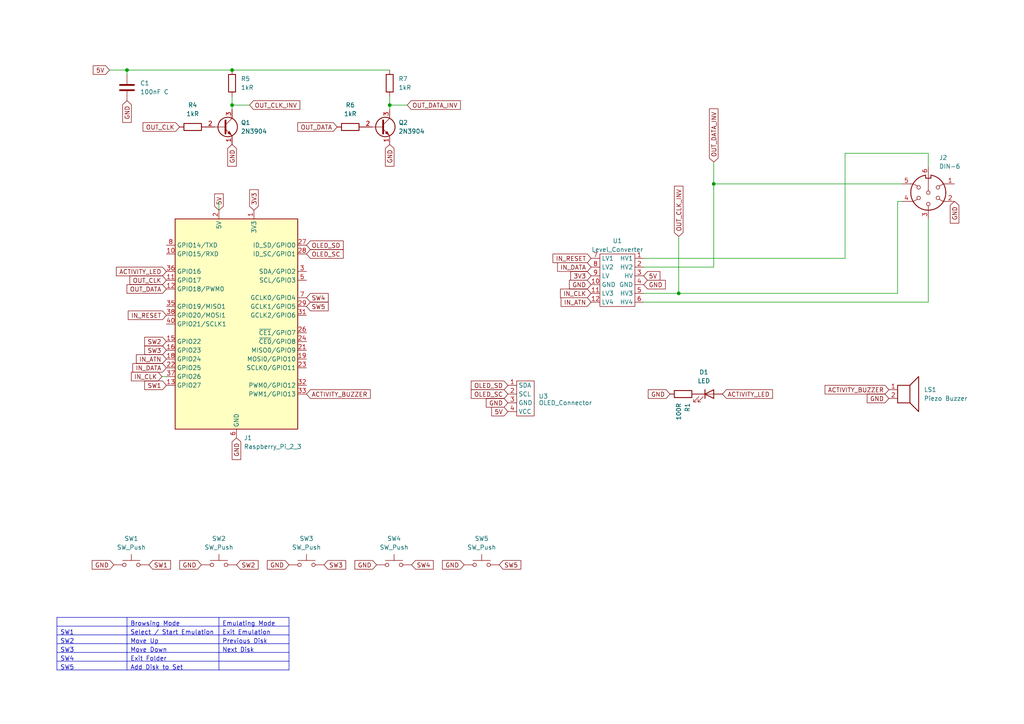
<source format=kicad_sch>
(kicad_sch (version 20250114) (generator "eeschema") (generator_version "9.0")
  (paper "A4")
  (lib_symbols
    (symbol "Connector:DIN-6" (pin_names (offset 1.016))
      (property "Reference" "J" (at 3.175 5.715 0))
      (property "Value" "DIN-6" (at 4.445 -4.445 0))
      (symbol "DIN-6_0_1"
        (polyline (pts (xy -5.08 2.54) (xy -4.318 2.54) (xy -3.175 1.905)))
        (polyline (pts (xy -5.08 -2.54) (xy -4.318 -2.54) (xy -3.175 -1.905)))
        (circle (center -2.794 1.524) (radius 0.508))
        (circle (center -2.794 -1.524) (radius 0.508))
        (polyline (pts (xy -0.762 -4.953) (xy -0.762 -4.191) (xy 0.762 -4.191) (xy 0.762 -4.953)) (stroke (width 0.254)))
        (arc (start 5.08 0) (mid 3.8673 -3.3444) (end 0.762 -5.08) (stroke (width 0.254)))
        (polyline (pts (xy 0 5.08) (xy 0 3.81)))
        (circle (center 0 3.302) (radius 0.508))
        (circle (center 0 0) (radius 0.508))
        (arc (start -5.08 0) (mid 0 5.0579) (end 5.08 0) (stroke (width 0.254)))
        (polyline (pts (xy 0 -5.08) (xy 0 -0.508)))
        (arc (start -0.762 -5.08) (mid -3.8597 -3.3379) (end -5.08 0) (stroke (width 0.254)))
        (circle (center 2.794 1.524) (radius 0.508))
        (circle (center 2.794 -1.524) (radius 0.508))
        (polyline (pts (xy 5.08 2.54) (xy 4.318 2.54) (xy 3.175 1.905)))
        (polyline (pts (xy 5.08 -2.54) (xy 4.318 -2.54) (xy 3.175 -1.905)))
      )
      (symbol "DIN-6_1_1"
        (pin passive line (at -7.62 2.54 0) (length 2.54) (name "~") (number "2"))
        (pin passive line (at -7.62 -2.54 0) (length 2.54) (name "~") (number "1"))
        (pin passive line (at 0 7.62 270) (length 2.54) (name "~") (number "3"))
        (pin passive line (at 0 -7.62 90) (length 2.54) (name "~") (number "6"))
        (pin passive line (at 7.62 2.54 180) (length 2.54) (name "~") (number "4"))
        (pin passive line (at 7.62 -2.54 180) (length 2.54) (name "~") (number "5"))
      )
    )
    (symbol "Connector:Raspberry_Pi_2_3"
      (property "Reference" "J" (at -17.78 31.75 0))
      (property "Value" "Raspberry_Pi_2_3" (at 10.16 -31.75 0))
      (symbol "Raspberry_Pi_2_3_0_1"
        (rectangle (start -17.78 30.48) (end 17.78 -30.48) (stroke (width 0.254)) (fill (type background)))
      )
      (symbol "Raspberry_Pi_2_3_1_1"
        (pin bidirectional line (at -20.32 22.86 0) (length 2.54) (name "GPIO14/TXD") (number "8"))
        (pin bidirectional line (at -20.32 20.32 0) (length 2.54) (name "GPIO15/RXD") (number "10"))
        (pin bidirectional line (at -20.32 15.24 0) (length 2.54) (name "GPIO16") (number "36"))
        (pin bidirectional line (at -20.32 12.7 0) (length 2.54) (name "GPIO17") (number "11"))
        (pin bidirectional line (at -20.32 10.16 0) (length 2.54) (name "GPIO18/PWM0") (number "12"))
        (pin bidirectional line (at -20.32 5.08 0) (length 2.54) (name "GPIO19/MISO1") (number "35"))
        (pin bidirectional line (at -20.32 2.54 0) (length 2.54) (name "GPIO20/MOSI1") (number "38"))
        (pin bidirectional line (at -20.32 0 0) (length 2.54) (name "GPIO21/SCLK1") (number "40"))
        (pin bidirectional line (at -20.32 -5.08 0) (length 2.54) (name "GPIO22") (number "15"))
        (pin bidirectional line (at -20.32 -7.62 0) (length 2.54) (name "GPIO23") (number "16"))
        (pin bidirectional line (at -20.32 -10.16 0) (length 2.54) (name "GPIO24") (number "18"))
        (pin bidirectional line (at -20.32 -12.7 0) (length 2.54) (name "GPIO25") (number "22"))
        (pin bidirectional line (at -20.32 -15.24 0) (length 2.54) (name "GPIO26") (number "37"))
        (pin bidirectional line (at -20.32 -17.78 0) (length 2.54) (name "GPIO27") (number "13"))
        (pin power_in line (at -5.08 33.02 270) (length 2.54) (name "5V") (number "2"))
        (pin passive line (at -5.08 33.02 270) (length 2.54) (hide yes) (name "5V") (number "4"))
        (pin passive line (at 0 -33.02 90) (length 2.54) (hide yes) (name "GND") (number "14"))
        (pin passive line (at 0 -33.02 90) (length 2.54) (hide yes) (name "GND") (number "20"))
        (pin passive line (at 0 -33.02 90) (length 2.54) (hide yes) (name "GND") (number "25"))
        (pin passive line (at 0 -33.02 90) (length 2.54) (hide yes) (name "GND") (number "30"))
        (pin passive line (at 0 -33.02 90) (length 2.54) (hide yes) (name "GND") (number "34"))
        (pin passive line (at 0 -33.02 90) (length 2.54) (hide yes) (name "GND") (number "39"))
        (pin power_in line (at 0 -33.02 90) (length 2.54) (name "GND") (number "6"))
        (pin passive line (at 0 -33.02 90) (length 2.54) (hide yes) (name "GND") (number "9"))
        (pin power_in line (at 5.08 33.02 270) (length 2.54) (name "3V3") (number "1"))
        (pin passive line (at 5.08 33.02 270) (length 2.54) (hide yes) (name "3V3") (number "17"))
        (pin bidirectional line (at 20.32 22.86 180) (length 2.54) (name "ID_SD/GPIO0") (number "27"))
        (pin bidirectional line (at 20.32 20.32 180) (length 2.54) (name "ID_SC/GPIO1") (number "28"))
        (pin bidirectional line (at 20.32 15.24 180) (length 2.54) (name "SDA/GPIO2") (number "3"))
        (pin bidirectional line (at 20.32 12.7 180) (length 2.54) (name "SCL/GPIO3") (number "5"))
        (pin bidirectional line (at 20.32 7.62 180) (length 2.54) (name "GCLK0/GPIO4") (number "7"))
        (pin bidirectional line (at 20.32 5.08 180) (length 2.54) (name "GCLK1/GPIO5") (number "29"))
        (pin bidirectional line (at 20.32 2.54 180) (length 2.54) (name "GCLK2/GPIO6") (number "31"))
        (pin bidirectional line (at 20.32 -2.54 180) (length 2.54) (name "~{CE1}/GPIO7") (number "26"))
        (pin bidirectional line (at 20.32 -5.08 180) (length 2.54) (name "~{CE0}/GPIO8") (number "24"))
        (pin bidirectional line (at 20.32 -7.62 180) (length 2.54) (name "MISO0/GPIO9") (number "21"))
        (pin bidirectional line (at 20.32 -10.16 180) (length 2.54) (name "MOSI0/GPIO10") (number "19"))
        (pin bidirectional line (at 20.32 -12.7 180) (length 2.54) (name "SCLK0/GPIO11") (number "23"))
        (pin bidirectional line (at 20.32 -17.78 180) (length 2.54) (name "PWM0/GPIO12") (number "32"))
        (pin bidirectional line (at 20.32 -20.32 180) (length 2.54) (name "PWM1/GPIO13") (number "33"))
      )
    )
    (symbol "Device:C" (pin_numbers (hide yes)) (pin_names (offset 0.254))
      (property "Reference" "C" (at 0.635 2.54 0))
      (property "Value" "C" (at 0.635 -2.54 0))
      (symbol "C_0_1"
        (polyline (pts (xy -2.032 0.762) (xy 2.032 0.762)) (stroke (width 0.508)))
        (polyline (pts (xy -2.032 -0.762) (xy 2.032 -0.762)) (stroke (width 0.508)))
      )
      (symbol "C_1_1"
        (pin passive line (at 0 3.81 270) (length 2.794) (name "~") (number "1"))
        (pin passive line (at 0 -3.81 90) (length 2.794) (name "~") (number "2"))
      )
    )
    (symbol "Device:LED" (pin_numbers (hide yes)) (pin_names (offset 1.016) (hide yes))
      (property "Reference" "D" (at 0 2.54 0))
      (property "Value" "LED" (at 0 -2.54 0))
      (symbol "LED_0_1"
        (polyline (pts (xy -3.048 -0.762) (xy -4.572 -2.286) (xy -3.81 -2.286) (xy -4.572 -2.286) (xy -4.572 -1.524)))
        (polyline (pts (xy -1.778 -0.762) (xy -3.302 -2.286) (xy -2.54 -2.286) (xy -3.302 -2.286) (xy -3.302 -1.524)))
        (polyline (pts (xy -1.27 0) (xy 1.27 0)))
        (polyline (pts (xy -1.27 -1.27) (xy -1.27 1.27)) (stroke (width 0.254)))
        (polyline (pts (xy 1.27 -1.27) (xy 1.27 1.27) (xy -1.27 0) (xy 1.27 -1.27)) (stroke (width 0.254)))
      )
      (symbol "LED_1_1"
        (pin passive line (at -3.81 0 0) (length 2.54) (name "K") (number "1"))
        (pin passive line (at 3.81 0 180) (length 2.54) (name "A") (number "2"))
      )
    )
    (symbol "Device:R" (pin_numbers (hide yes)) (pin_names (offset 0))
      (property "Reference" "R" (at 2.032 0 90))
      (property "Value" "R" (at 0 0 90))
      (symbol "R_0_1"
        (rectangle (start -1.016 -2.54) (end 1.016 2.54) (stroke (width 0.254)))
      )
      (symbol "R_1_1"
        (pin passive line (at 0 3.81 270) (length 1.27) (name "~") (number "1"))
        (pin passive line (at 0 -3.81 90) (length 1.27) (name "~") (number "2"))
      )
    )
    (symbol "Device:Speaker" (pin_names (offset 0) (hide yes))
      (property "Reference" "LS" (at 1.27 5.715 0))
      (property "Value" "Speaker" (at 1.27 3.81 0))
      (symbol "Speaker_0_0"
        (rectangle (start -2.54 1.27) (end 1.016 -3.81) (stroke (width 0.254)))
        (polyline (pts (xy 1.016 1.27) (xy 3.556 3.81) (xy 3.556 -6.35) (xy 1.016 -3.81)) (stroke (width 0.254)))
      )
      (symbol "Speaker_1_1"
        (pin input line (at -5.08 0 0) (length 2.54) (name "1") (number "1"))
        (pin input line (at -5.08 -2.54 0) (length 2.54) (name "2") (number "2"))
      )
    )
    (symbol "MySymbols:OLED_Display"
      (property "Reference" "U" (at 0 0 0))
      (symbol "OLED_Display_0_1"
        (rectangle (start 0 -1.27) (end 5.08 -11.43))
      )
      (symbol "OLED_Display_1_1"
        (pin input line (at -2.54 -2.54 0) (length 2.54) (name "SDA") (number "1"))
        (pin input line (at -2.54 -5.08 0) (length 2.54) (name "SCL") (number "2"))
        (pin input line (at -2.54 -7.62 0) (length 2.54) (name "GND") (number "3"))
        (pin input line (at -2.54 -10.16 0) (length 2.54) (name "VCC") (number "4"))
      )
    )
    (symbol "Sparkfun:BOB-12009"
      (property "Reference" "U" (at 0 0 0))
      (symbol "BOB-12009_0_1"
        (rectangle (start -5.08 -1.27) (end 5.08 -16.51))
      )
      (symbol "BOB-12009_1_1"
        (pin bidirectional line (at -7.62 -2.54 0) (length 2.54) (name "HV1") (number "1"))
        (pin bidirectional line (at -7.62 -5.08 0) (length 2.54) (name "HV2") (number "2"))
        (pin bidirectional line (at -7.62 -7.62 0) (length 2.54) (name "HV") (number "3"))
        (pin bidirectional line (at -7.62 -10.16 0) (length 2.54) (name "GND") (number "4"))
        (pin bidirectional line (at -7.62 -12.7 0) (length 2.54) (name "HV3") (number "5"))
        (pin bidirectional line (at -7.62 -15.24 0) (length 2.54) (name "HV4") (number "6"))
        (pin bidirectional line (at 7.62 -2.54 180) (length 2.54) (name "LV1") (number "7"))
        (pin bidirectional line (at 7.62 -5.08 180) (length 2.54) (name "LV2") (number "8"))
        (pin bidirectional line (at 7.62 -7.62 180) (length 2.54) (name "LV") (number "9"))
        (pin bidirectional line (at 7.62 -10.16 180) (length 2.54) (name "GND") (number "10"))
        (pin bidirectional line (at 7.62 -12.7 180) (length 2.54) (name "LV3") (number "11"))
        (pin bidirectional line (at 7.62 -15.24 180) (length 2.54) (name "LV4") (number "12"))
      )
    )
    (symbol "Switch:SW_Push" (pin_numbers (hide yes)) (pin_names (offset 1.016) (hide yes))
      (property "Reference" "SW" (at 1.27 2.54 0))
      (property "Value" "SW_Push" (at 0 -1.524 0))
      (symbol "SW_Push_0_1"
        (circle (center -2.032 0) (radius 0.508))
        (polyline (pts (xy 0 1.27) (xy 0 3.048)))
        (circle (center 2.032 0) (radius 0.508))
        (polyline (pts (xy 2.54 1.27) (xy -2.54 1.27)))
        (pin passive line (at -5.08 0 0) (length 2.54) (name "1") (number "1"))
        (pin passive line (at 5.08 0 180) (length 2.54) (name "2") (number "2"))
      )
    )
    (symbol "Transistor_BJT:2N3904" (pin_names (offset 0) (hide yes))
      (property "Reference" "Q" (at 5.08 1.905 0))
      (property "Value" "2N3904" (at 5.08 0 0))
      (symbol "2N3904_0_1"
        (polyline (pts (xy -2.54 0) (xy 0.635 0)))
        (polyline (pts (xy 0.635 1.905) (xy 0.635 -1.905)) (stroke (width 0.508)))
        (circle (center 1.27 0) (radius 2.8194) (stroke (width 0.254)))
      )
      (symbol "2N3904_1_1"
        (polyline (pts (xy 0.635 0.635) (xy 2.54 2.54)))
        (polyline (pts (xy 0.635 -0.635) (xy 2.54 -2.54)))
        (polyline (pts (xy 1.27 -1.778) (xy 1.778 -1.27) (xy 2.286 -2.286) (xy 1.27 -1.778)) (fill (type outline)))
        (pin input line (at -5.08 0 0) (length 2.54) (name "B") (number "2"))
        (pin passive line (at 2.54 5.08 270) (length 2.54) (name "C") (number "3"))
        (pin passive line (at 2.54 -5.08 90) (length 2.54) (name "E") (number "1"))
      )
    )
  )
  (junction (at 207.01 53.34))
  (junction (at 36.83 20.32))
  (junction (at 113.03 30.48))
  (junction (at 67.31 20.32))
  (junction (at 67.31 30.48))
  (junction (at 196.85 85.09))
  (wire (pts (xy 196.85 68.58) (xy 196.85 85.09)))
  (wire (pts (xy 67.31 30.48) (xy 67.31 31.75)))
  (wire (pts (xy 186.69 87.63) (xy 269.24 87.63)))
  (wire (pts (xy 186.69 85.09) (xy 196.85 85.09)))
  (wire (pts (xy 245.11 44.45) (xy 269.24 44.45)))
  (wire (pts (xy 36.83 20.32) (xy 36.83 21.59)))
  (wire (pts (xy 186.69 77.47) (xy 207.01 77.47)))
  (wire (pts (xy 113.03 27.94) (xy 113.03 30.48)))
  (wire (pts (xy 113.03 30.48) (xy 113.03 31.75)))
  (wire (pts (xy 207.01 77.47) (xy 207.01 53.34)))
  (wire (pts (xy 207.01 46.99) (xy 207.01 53.34)))
  (wire (pts (xy 207.01 53.34) (xy 261.62 53.34)))
  (wire (pts (xy 260.35 58.42) (xy 260.35 85.09)))
  (wire (pts (xy 72.39 30.48) (xy 67.31 30.48)))
  (wire (pts (xy 67.31 20.32) (xy 113.03 20.32)))
  (wire (pts (xy 196.85 85.09) (xy 260.35 85.09)))
  (wire (pts (xy 269.24 44.45) (xy 269.24 48.26)))
  (wire (pts (xy 46.99 109.22) (xy 48.26 109.22)))
  (wire (pts (xy 186.69 74.93) (xy 245.11 74.93)))
  (wire (pts (xy 245.11 74.93) (xy 245.11 44.45)))
  (wire (pts (xy 36.83 20.32) (xy 67.31 20.32)))
  (wire (pts (xy 269.24 87.63) (xy 269.24 63.5)))
  (wire (pts (xy 67.31 27.94) (xy 67.31 30.48)))
  (wire (pts (xy 31.75 20.32) (xy 36.83 20.32)))
  (wire (pts (xy 63.5 58.42) (xy 63.5 60.96)))
  (wire (pts (xy 118.11 30.48) (xy 113.03 30.48)))
  (wire (pts (xy 261.62 58.42) (xy 260.35 58.42)))
  (table (column_count 3) (border (external yes) (header yes)) (separators (rows yes) (cols yes)) (column_widths 20.32 26.67 20.32) (row_heights 2.54 2.54 2.54 2.54 2.54 2.54) (cells (table_cell "" (at 16.51 179.07 0) (size 20.32 2.54) (margins 0.9525 0.9525 0.9525 0.9525) (span 1 1)) (table_cell "Browsing Mode" (at 36.83 179.07 0) (size 26.67 2.54) (margins 0.9525 0.9525 0.9525 0.9525) (span 1 1)) (table_cell "Emulating Mode" (at 63.5 179.07 0) (size 20.32 2.54) (margins 0.9525 0.9525 0.9525 0.9525) (span 1 1)) (table_cell "SW1" (at 16.51 181.61 0) (size 20.32 2.54) (margins 0.9525 0.9525 0.9525 0.9525) (span 1 1)) (table_cell "Select / Start Emulation" (at 36.83 181.61 0) (size 26.67 2.54) (margins 0.9525 0.9525 0.9525 0.9525) (span 1 1)) (table_cell "Exit Emulation" (at 63.5 181.61 0) (size 20.32 2.54) (margins 0.9525 0.9525 0.9525 0.9525) (span 1 1)) (table_cell "SW2" (at 16.51 184.15 0) (size 20.32 2.54) (margins 0.9525 0.9525 0.9525 0.9525) (span 1 1)) (table_cell "Move Up" (at 36.83 184.15 0) (size 26.67 2.54) (margins 0.9525 0.9525 0.9525 0.9525) (span 1 1)) (table_cell "Previous Disk" (at 63.5 184.15 0) (size 20.32 2.54) (margins 0.9525 0.9525 0.9525 0.9525) (span 1 1)) (table_cell "SW3" (at 16.51 186.69 0) (size 20.32 2.54) (margins 0.9525 0.9525 0.9525 0.9525) (span 1 1)) (table_cell "Move Down" (at 36.83 186.69 0) (size 26.67 2.54) (margins 0.9525 0.9525 0.9525 0.9525) (span 1 1)) (table_cell "Next Disk" (at 63.5 186.69 0) (size 20.32 2.54) (margins 0.9525 0.9525 0.9525 0.9525) (span 1 1)) (table_cell "SW4" (at 16.51 189.23 0) (size 20.32 2.54) (margins 0.9525 0.9525 0.9525 0.9525) (span 1 1)) (table_cell "Exit Folder" (at 36.83 189.23 0) (size 26.67 2.54) (margins 0.9525 0.9525 0.9525 0.9525) (span 1 1)) (table_cell "" (at 63.5 189.23 0) (size 20.32 2.54) (margins 0.9525 0.9525 0.9525 0.9525) (span 1 1)) (table_cell "SW5" (at 16.51 191.77 0) (size 20.32 2.54) (margins 0.9525 0.9525 0.9525 0.9525) (span 1 1)) (table_cell "Add Disk to Set" (at 36.83 191.77 0) (size 26.67 2.54) (margins 0.9525 0.9525 0.9525 0.9525) (span 1 1)) (table_cell "" (at 63.5 191.77 0) (size 20.32 2.54) (margins 0.9525 0.9525 0.9525 0.9525) (span 1 1))))
  (global_label "SW4" (shape input) (at 119.38 163.83 0) (property "Intersheetrefs" "${INTERSHEET_REFS}" (effects (hide yes))))
  (global_label "OLED_SD" (shape input) (at 147.32 111.76 180) (property "Intersheetrefs" "${INTERSHEET_REFS}" (effects (hide yes))))
  (global_label "GND" (shape input) (at 33.02 163.83 180) (property "Intersheetrefs" "${INTERSHEET_REFS}" (effects (hide yes))))
  (global_label "SW1" (shape input) (at 43.18 163.83 0) (property "Intersheetrefs" "${INTERSHEET_REFS}" (effects (hide yes))))
  (global_label "OLED_SD" (shape input) (at 88.9 71.12 0) (property "Intersheetrefs" "${INTERSHEET_REFS}" (effects (hide yes))))
  (global_label "SW5" (shape input) (at 144.78 163.83 0) (property "Intersheetrefs" "${INTERSHEET_REFS}" (effects (hide yes))))
  (global_label "3V3" (shape input) (at 73.66 60.96 90) (property "Intersheetrefs" "${INTERSHEET_REFS}" (effects (hide yes))))
  (global_label "SW4" (shape input) (at 88.9 86.36 0) (property "Intersheetrefs" "${INTERSHEET_REFS}" (effects (hide yes))))
  (global_label "GND" (shape input) (at 171.45 82.55 180) (property "Intersheetrefs" "${INTERSHEET_REFS}" (effects (hide yes))))
  (global_label "ACTIVITY_BUZZER" (shape input) (at 88.9 114.3 0) (property "Intersheetrefs" "${INTERSHEET_REFS}" (effects (hide yes))))
  (global_label "GND" (shape input) (at 186.69 82.55 0) (property "Intersheetrefs" "${INTERSHEET_REFS}" (effects (hide yes))))
  (global_label "OUT_DATA_INV" (shape input) (at 118.11 30.48 0) (property "Intersheetrefs" "${INTERSHEET_REFS}" (effects (hide yes))))
  (global_label "OUT_DATA" (shape input) (at 48.26 83.82 180) (property "Intersheetrefs" "${INTERSHEET_REFS}" (effects (hide yes))))
  (global_label "GND" (shape input) (at 134.62 163.83 180) (property "Intersheetrefs" "${INTERSHEET_REFS}" (effects (hide yes))))
  (global_label "OUT_DATA_INV" (shape input) (at 207.01 46.99 90) (property "Intersheetrefs" "${INTERSHEET_REFS}" (effects (hide yes))))
  (global_label "5V" (shape input) (at 186.69 80.01 0) (property "Intersheetrefs" "${INTERSHEET_REFS}" (effects (hide yes))))
  (global_label "OLED_SC" (shape input) (at 88.9 73.66 0) (property "Intersheetrefs" "${INTERSHEET_REFS}" (effects (hide yes))))
  (global_label "SW3" (shape input) (at 93.98 163.83 0) (property "Intersheetrefs" "${INTERSHEET_REFS}" (effects (hide yes))))
  (global_label "SW3" (shape input) (at 48.26 101.6 180) (property "Intersheetrefs" "${INTERSHEET_REFS}" (effects (hide yes))))
  (global_label "OUT_CLK" (shape input) (at 52.07 36.83 180) (property "Intersheetrefs" "${INTERSHEET_REFS}" (effects (hide yes))))
  (global_label "SW2" (shape input) (at 48.26 99.06 180) (property "Intersheetrefs" "${INTERSHEET_REFS}" (effects (hide yes))))
  (global_label "OUT_CLK" (shape input) (at 48.26 81.28 180) (property "Intersheetrefs" "${INTERSHEET_REFS}" (effects (hide yes))))
  (global_label "IN_ATN" (shape input) (at 171.45 87.63 180) (property "Intersheetrefs" "${INTERSHEET_REFS}" (effects (hide yes))))
  (global_label "IN_CLK" (shape input) (at 46.99 109.22 180) (property "Intersheetrefs" "${INTERSHEET_REFS}" (effects (hide yes))))
  (global_label "IN_DATA" (shape input) (at 48.26 106.68 180) (property "Intersheetrefs" "${INTERSHEET_REFS}" (effects (hide yes))))
  (global_label "IN_RESET" (shape input) (at 48.26 91.44 180) (property "Intersheetrefs" "${INTERSHEET_REFS}" (effects (hide yes))))
  (global_label "GND" (shape input) (at 113.03 41.91 270) (property "Intersheetrefs" "${INTERSHEET_REFS}" (effects (hide yes))))
  (global_label "IN_ATN" (shape input) (at 48.26 104.14 180) (property "Intersheetrefs" "${INTERSHEET_REFS}" (effects (hide yes))))
  (global_label "GND" (shape input) (at 257.81 115.57 180) (property "Intersheetrefs" "${INTERSHEET_REFS}" (effects (hide yes))))
  (global_label "GND" (shape input) (at 83.82 163.83 180) (property "Intersheetrefs" "${INTERSHEET_REFS}" (effects (hide yes))))
  (global_label "OLED_SC" (shape input) (at 147.32 114.3 180) (property "Intersheetrefs" "${INTERSHEET_REFS}" (effects (hide yes))))
  (global_label "5V" (shape input) (at 147.32 119.38 180) (property "Intersheetrefs" "${INTERSHEET_REFS}" (effects (hide yes))))
  (global_label "ACTIVITY_LED" (shape input) (at 209.55 114.3 0) (property "Intersheetrefs" "${INTERSHEET_REFS}" (effects (hide yes))))
  (global_label "IN_DATA" (shape input) (at 171.45 77.47 180) (property "Intersheetrefs" "${INTERSHEET_REFS}" (effects (hide yes))))
  (global_label "SW1" (shape input) (at 48.26 111.76 180) (property "Intersheetrefs" "${INTERSHEET_REFS}" (effects (hide yes))))
  (global_label "IN_RESET" (shape input) (at 171.45 74.93 180) (property "Intersheetrefs" "${INTERSHEET_REFS}" (effects (hide yes))))
  (global_label "3V3" (shape input) (at 171.45 80.01 180) (property "Intersheetrefs" "${INTERSHEET_REFS}" (effects (hide yes))))
  (global_label "GND" (shape input) (at 109.22 163.83 180) (property "Intersheetrefs" "${INTERSHEET_REFS}" (effects (hide yes))))
  (global_label "IN_CLK" (shape input) (at 171.45 85.09 180) (property "Intersheetrefs" "${INTERSHEET_REFS}" (effects (hide yes))))
  (global_label "GND" (shape input) (at 276.86 58.42 270) (property "Intersheetrefs" "${INTERSHEET_REFS}" (effects (hide yes))))
  (global_label "OUT_CLK_INV" (shape input) (at 72.39 30.48 0) (property "Intersheetrefs" "${INTERSHEET_REFS}" (effects (hide yes))))
  (global_label "GND" (shape input) (at 36.83 29.21 270) (property "Intersheetrefs" "${INTERSHEET_REFS}" (effects (hide yes))))
  (global_label "GND" (shape input) (at 58.42 163.83 180) (property "Intersheetrefs" "${INTERSHEET_REFS}" (effects (hide yes))))
  (global_label "SW5" (shape input) (at 88.9 88.9 0) (property "Intersheetrefs" "${INTERSHEET_REFS}" (effects (hide yes))))
  (global_label "GND" (shape input) (at 194.31 114.3 180) (property "Intersheetrefs" "${INTERSHEET_REFS}" (effects (hide yes))))
  (global_label "GND" (shape input) (at 67.31 41.91 270) (property "Intersheetrefs" "${INTERSHEET_REFS}" (effects (hide yes))))
  (global_label "GND" (shape input) (at 68.58 127 270) (property "Intersheetrefs" "${INTERSHEET_REFS}" (effects (hide yes))))
  (global_label "ACTIVITY_BUZZER" (shape input) (at 257.81 113.03 180) (property "Intersheetrefs" "${INTERSHEET_REFS}" (effects (hide yes))))
  (global_label "5V" (shape input) (at 63.5 60.96 90) (property "Intersheetrefs" "${INTERSHEET_REFS}" (effects (hide yes))))
  (global_label "OUT_CLK_INV" (shape input) (at 196.85 68.58 90) (property "Intersheetrefs" "${INTERSHEET_REFS}" (effects (hide yes))))
  (global_label "ACTIVITY_LED" (shape input) (at 48.26 78.74 180) (property "Intersheetrefs" "${INTERSHEET_REFS}" (effects (hide yes))))
  (global_label "5V" (shape input) (at 31.75 20.32 180) (property "Intersheetrefs" "${INTERSHEET_REFS}" (effects (hide yes))))
  (global_label "OUT_DATA" (shape input) (at 97.79 36.83 180) (property "Intersheetrefs" "${INTERSHEET_REFS}" (effects (hide yes))))
  (global_label "SW2" (shape input) (at 68.58 163.83 0) (property "Intersheetrefs" "${INTERSHEET_REFS}" (effects (hide yes))))
  (global_label "GND" (shape input) (at 147.32 116.84 180) (property "Intersheetrefs" "${INTERSHEET_REFS}" (effects (hide yes))))
  (symbol (lib_id "Connector:Raspberry_Pi_2_3") (at 68.58 93.98 0) (unit 1)
    (property "Reference" "J1" (at 70.7233 127 0) (effects (justify left)))
    (property "Value" "Raspberry_Pi_2_3" (at 70.7233 129.54 0) (effects (justify left)))
    (property "Footprint" "Connector_PinHeader_2.54mm:PinHeader_2x20_P2.54mm_Vertical" (effects (hide yes)))
    (property "Datasheet" "https://www.raspberrypi.org/documentation/hardware/raspberrypi/schematics/rpi_SCH_3bplus_1p0_reduced.pdf" (effects (hide yes)))
    (property "Description" "expansion header for Raspberry Pi 2 & 3" (effects (hide yes)))
  )
  (symbol (lib_id "Device:Speaker") (at 262.89 113.03 0) (unit 1)
    (property "Reference" "LS1" (at 267.97 113.0299 0) (effects (justify left)))
    (property "Value" "Piezo Buzzer" (at 267.97 115.5699 0) (effects (justify left)))
    (property "Footprint" "Connectors:PS12_Piezo_Buzzer" (effects (hide yes)))
    (property "Description" "Speaker" (effects (hide yes)))
  )
  (symbol (lib_id "Switch:SW_Push") (at 88.9 163.83 0) (unit 1)
    (property "Reference" "SW3" (at 88.9 156.21 0))
    (property "Value" "SW_Push" (at 88.9 158.75 0))
    (property "Footprint" "Button_Switch_Keyboard:SW_Cherry_MX_1.00u_PCB" (effects (hide yes)))
    (property "Description" "Push button switch, generic, two pins" (effects (hide yes)))
  )
  (symbol (lib_id "Switch:SW_Push") (at 63.5 163.83 0) (unit 1)
    (property "Reference" "SW2" (at 63.5 156.21 0))
    (property "Value" "SW_Push" (at 63.5 158.75 0))
    (property "Footprint" "Button_Switch_Keyboard:SW_Cherry_MX_1.00u_PCB" (effects (hide yes)))
    (property "Description" "Push button switch, generic, two pins" (effects (hide yes)))
  )
  (symbol (lib_id "Device:R") (at 55.88 36.83 90) (unit 1)
    (property "Reference" "R4" (at 55.88 30.48 90))
    (property "Value" "1kR" (at 55.88 33.02 90))
    (property "Footprint" "Resistor_THT:R_Box_L8.4mm_W2.5mm_P5.08mm" (effects (hide yes)))
    (property "Description" "Resistor" (effects (hide yes)))
  )
  (symbol (lib_id "MySymbols:OLED_Display") (at 149.86 109.22 0) (unit 1)
    (property "Reference" "U3" (at 156.21 114.9349 0) (effects (justify left)))
    (property "Value" "OLED_Connector" (at 156.21 116.84 0) (effects (justify left)))
    (property "Footprint" "Connectors:OLED_Connector" (effects (hide yes)))
  )
  (symbol (lib_id "Connector:DIN-6") (at 269.24 55.88 180) (unit 1)
    (property "Reference" "J2" (at 272.3581 45.72 0) (effects (justify right)))
    (property "Value" "DIN-6" (at 272.3581 48.26 0) (effects (justify right)))
    (property "Footprint" "Connectors:SDF-J_DIN-6" (effects (hide yes)))
    (property "Datasheet" "http://www.mouser.com/ds/2/18/40_c091_abd_e-75918.pdf" (effects (hide yes)))
    (property "Description" "6-pin DIN connector" (effects (hide yes)))
  )
  (symbol (lib_id "Device:C") (at 36.83 25.4 0) (unit 1)
    (property "Reference" "C1" (at 40.64 24.1299 0) (effects (justify left)))
    (property "Value" "100nF C" (at 40.64 26.6699 0) (effects (justify left)))
    (property "Footprint" "Capacitor_THT:C_Rect_L4.0mm_W2.5mm_P2.50mm" (effects (hide yes)))
    (property "Description" "Unpolarized capacitor" (effects (hide yes)))
  )
  (symbol (lib_id "Sparkfun:BOB-12009") (at 179.07 72.39 0) (mirror y) (unit 1)
    (property "Reference" "U1" (at 179.07 69.85 0))
    (property "Value" "Level_Converter" (at 179.07 72.39 0))
    (property "Footprint" "Connectors:12009 Level Converter" (effects (hide yes)))
    (property "Datasheet" "https://cdn.sparkfun.com/datasheets/BreakoutBoards/BSS138.pdf" (effects (hide yes)))
    (property "Description" "4 Ch Bi-Dir Level Convertor" (effects (hide yes)))
  )
  (symbol (lib_id "Switch:SW_Push") (at 114.3 163.83 0) (unit 1)
    (property "Reference" "SW4" (at 114.3 156.21 0))
    (property "Value" "SW_Push" (at 114.3 158.75 0))
    (property "Footprint" "Button_Switch_Keyboard:SW_Cherry_MX_1.00u_PCB" (effects (hide yes)))
    (property "Description" "Push button switch, generic, two pins" (effects (hide yes)))
  )
  (symbol (lib_id "Transistor_BJT:2N3904") (at 64.77 36.83 0) (unit 1)
    (property "Reference" "Q1" (at 69.85 35.5599 0) (effects (justify left)))
    (property "Value" "2N3904" (at 69.85 38.0999 0) (effects (justify left)))
    (property "Footprint" "Package_TO_SOT_THT:TO-92_Inline" (effects (hide yes)))
    (property "Datasheet" "https://www.onsemi.com/pub/Collateral/2N3903-D.PDF" (effects (hide yes)))
    (property "Description" "0.2A Ic, 40V Vce, Small Signal NPN Transistor, TO-92" (effects (hide yes)))
  )
  (symbol (lib_id "Device:R") (at 113.03 24.13 0) (unit 1)
    (property "Reference" "R7" (at 115.57 22.8599 0) (effects (justify left)))
    (property "Value" "1kR" (at 115.57 25.3999 0) (effects (justify left)))
    (property "Footprint" "Resistor_THT:R_Box_L8.4mm_W2.5mm_P5.08mm" (effects (hide yes)))
    (property "Description" "Resistor" (effects (hide yes)))
  )
  (symbol (lib_id "Device:R") (at 67.31 24.13 0) (unit 1)
    (property "Reference" "R5" (at 69.85 22.8599 0) (effects (justify left)))
    (property "Value" "1kR" (at 69.85 25.3999 0) (effects (justify left)))
    (property "Footprint" "Resistor_THT:R_Box_L8.4mm_W2.5mm_P5.08mm" (effects (hide yes)))
    (property "Description" "Resistor" (effects (hide yes)))
  )
  (symbol (lib_id "Switch:SW_Push") (at 139.7 163.83 0) (unit 1)
    (property "Reference" "SW5" (at 139.7 156.21 0))
    (property "Value" "SW_Push" (at 139.7 158.75 0))
    (property "Footprint" "Button_Switch_Keyboard:SW_Cherry_MX_1.00u_PCB" (effects (hide yes)))
    (property "Description" "Push button switch, generic, two pins" (effects (hide yes)))
  )
  (symbol (lib_id "Device:R") (at 101.6 36.83 90) (unit 1)
    (property "Reference" "R6" (at 101.6 30.48 90))
    (property "Value" "1kR" (at 101.6 33.02 90))
    (property "Footprint" "Resistor_THT:R_Box_L8.4mm_W2.5mm_P5.08mm" (effects (hide yes)))
    (property "Description" "Resistor" (effects (hide yes)))
  )
  (symbol (lib_id "Switch:SW_Push") (at 38.1 163.83 0) (unit 1)
    (property "Reference" "SW1" (at 38.1 156.21 0))
    (property "Value" "SW_Push" (at 38.1 158.75 0))
    (property "Footprint" "Button_Switch_Keyboard:SW_Cherry_MX_1.00u_PCB" (effects (hide yes)))
    (property "Description" "Push button switch, generic, two pins" (effects (hide yes)))
  )
  (symbol (lib_id "Transistor_BJT:2N3904") (at 110.49 36.83 0) (unit 1)
    (property "Reference" "Q2" (at 115.57 35.5599 0) (effects (justify left)))
    (property "Value" "2N3904" (at 115.57 38.0999 0) (effects (justify left)))
    (property "Footprint" "Package_TO_SOT_THT:TO-92_Inline" (effects (hide yes)))
    (property "Datasheet" "https://www.onsemi.com/pub/Collateral/2N3903-D.PDF" (effects (hide yes)))
    (property "Description" "0.2A Ic, 40V Vce, Small Signal NPN Transistor, TO-92" (effects (hide yes)))
  )
  (symbol (lib_id "Device:LED") (at 205.74 114.3 0) (unit 1)
    (property "Reference" "D1" (at 204.1525 107.95 0))
    (property "Value" "LED" (at 204.1525 110.49 0))
    (property "Footprint" "LED_THT:LED_D3.0mm" (effects (hide yes)))
    (property "Description" "Light emitting diode" (effects (hide yes)))
    (property "Sim.Pins" "1=K 2=A" (effects (hide yes)))
  )
  (symbol (lib_id "Device:R") (at 198.12 114.3 270) (unit 1)
    (property "Reference" "R1" (at 199.3901 116.84 0) (effects (justify left)))
    (property "Value" "100R" (at 196.8501 116.84 0) (effects (justify left)))
    (property "Footprint" "Resistor_THT:R_Box_L8.4mm_W2.5mm_P5.08mm" (effects (hide yes)))
    (property "Description" "Resistor" (effects (hide yes)))
  )
)
</source>
